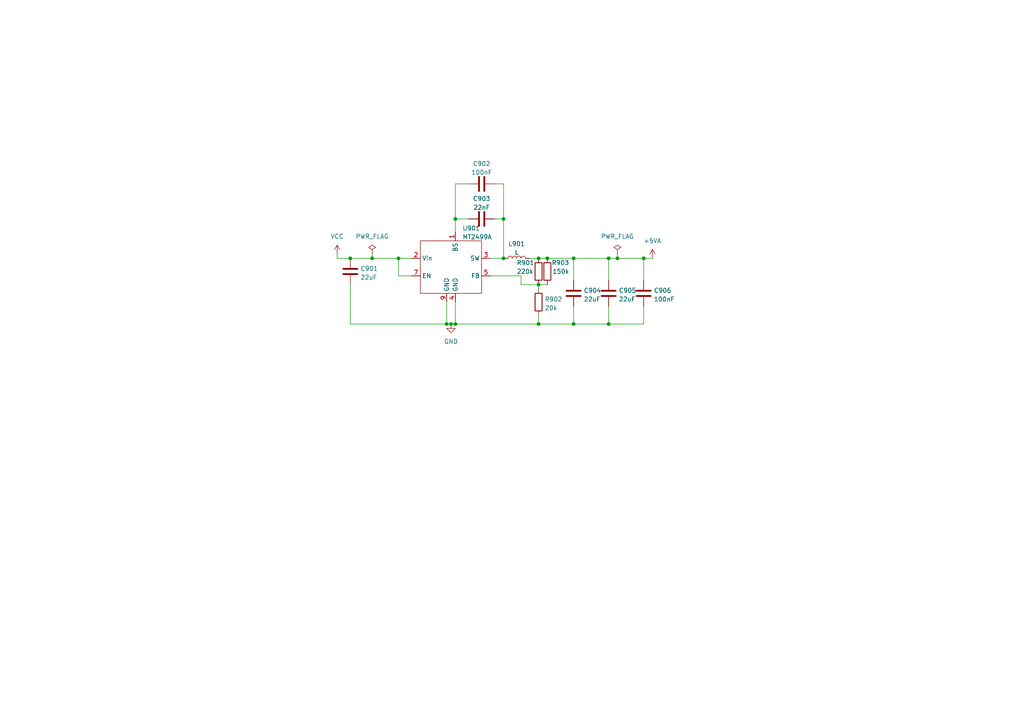
<source format=kicad_sch>
(kicad_sch (version 20230121) (generator eeschema)
  (paper "A4")
  (title_block (company "Train-Science"))
  (lib_symbols
    (symbol "Device:C" (pin_numbers hide) (pin_names (offset 0.254))
      (property "Reference" "C" (at 0.635 2.54 0))
      (property "Value" "C" (at 0.635 -2.54 0))
      (symbol "C_0_1"
        (polyline (pts (xy -2.032 -0.762) (xy 2.032 -0.762)) (stroke (width 0.508)))
        (polyline (pts (xy -2.032 0.762) (xy 2.032 0.762)) (stroke (width 0.508)))
      )
      (symbol "C_1_1"
        (pin passive line (at 0 3.81 270) (length 2.794) (name "~") (number "1"))
        (pin passive line (at 0 -3.81 90) (length 2.794) (name "~") (number "2"))
      )
    )
    (symbol "Device:L" (pin_numbers hide) (pin_names (offset 1.016) hide)
      (property "Reference" "L" (at -1.27 0 90))
      (property "Value" "L" (at 1.905 0 90))
      (symbol "L_0_1"
        (arc (start 0 -2.54) (mid 0.6323 -1.905) (end 0 -1.27))
        (arc (start 0 -1.27) (mid 0.6323 -0.635) (end 0 0))
        (arc (start 0 0) (mid 0.6323 0.635) (end 0 1.27))
        (arc (start 0 1.27) (mid 0.6323 1.905) (end 0 2.54))
      )
      (symbol "L_1_1"
        (pin passive line (at 0 3.81 270) (length 1.27) (name "1") (number "1"))
        (pin passive line (at 0 -3.81 90) (length 1.27) (name "2") (number "2"))
      )
    )
    (symbol "Device:R" (pin_numbers hide) (pin_names (offset 0))
      (property "Reference" "R" (at 2.032 0 90))
      (property "Value" "R" (at 0 0 90))
      (symbol "R_0_1"
        (rectangle (start -1.016 -2.54) (end 1.016 2.54) (stroke (width 0.254)))
      )
      (symbol "R_1_1"
        (pin passive line (at 0 3.81 270) (length 1.27) (name "~") (number "1"))
        (pin passive line (at 0 -3.81 90) (length 1.27) (name "~") (number "2"))
      )
    )
    (symbol "custom_kicad_lib_sk:MT499A"
      (property "Reference" "U1" (at 2.0194 9.999 0))
      (property "Value" "MT499A" (at 2.0194 7.4621 0))
      (symbol "MT499A_0_1"
        (rectangle (start -10.16 6.35) (end 7.62 -8.89) (stroke (width 0.1524)))
      )
      (symbol "MT499A_1_1"
        (pin input line (at 0 8.89 270) (length 2.54) (name "BS") (number "1"))
        (pin power_in line (at -12.7 1.27 0) (length 2.54) (name "Vin") (number "2"))
        (pin input line (at 10.16 1.27 180) (length 2.54) (name "SW") (number "3"))
        (pin power_in line (at 0 -11.43 90) (length 2.54) (name "GND") (number "4"))
        (pin input line (at 10.16 -3.81 180) (length 2.54) (name "FB") (number "5"))
        (pin no_connect line (at 8.89 -11.43 180) (length 2.54) hide (name "NC") (number "6"))
        (pin input line (at -12.7 -3.81 0) (length 2.54) (name "EN") (number "7"))
        (pin no_connect line (at 8.89 -13.97 180) (length 2.54) hide (name "NC") (number "8"))
        (pin input line (at -2.54 -11.43 90) (length 2.54) (name "GND") (number "9"))
      )
    )
    (symbol "power:+5VA" (power) (pin_names (offset 0))
      (property "Value" "+5VA" (at 0 3.556 0))
      (symbol "+5VA_0_1"
        (polyline (pts (xy -0.762 1.27) (xy 0 2.54)))
        (polyline (pts (xy 0 0) (xy 0 2.54)))
        (polyline (pts (xy 0 2.54) (xy 0.762 1.27)))
      )
      (symbol "+5VA_1_1"
        (pin power_in line (at 0 0 90) (length 0) hide (name "+5VA") (number "1"))
      )
    )
    (symbol "power:GND" (power) (pin_names (offset 0))
      (property "Value" "GND" (at 0 -3.81 0))
      (symbol "GND_0_1"
        (polyline (pts (xy 0 0) (xy 0 -1.27) (xy 1.27 -1.27) (xy 0 -2.54) (xy -1.27 -1.27) (xy 0 -1.27)))
      )
      (symbol "GND_1_1"
        (pin power_in line (at 0 0 270) (length 0) hide (name "GND") (number "1"))
      )
    )
    (symbol "power:PWR_FLAG" (power) (pin_numbers hide) (pin_names (offset 0) hide)
      (property "Value" "PWR_FLAG" (at 0 3.81 0))
      (symbol "PWR_FLAG_0_0"
        (pin power_out line (at 0 0 90) (length 0) (name "pwr") (number "1"))
      )
      (symbol "PWR_FLAG_0_1"
        (polyline (pts (xy 0 0) (xy 0 1.27) (xy -1.016 1.905) (xy 0 2.54) (xy 1.016 1.905) (xy 0 1.27)))
      )
    )
    (symbol "power:VCC" (power) (pin_names (offset 0))
      (property "Value" "VCC" (at 0 3.81 0))
      (symbol "VCC_0_1"
        (polyline (pts (xy -0.762 1.27) (xy 0 2.54)))
        (polyline (pts (xy 0 0) (xy 0 2.54)))
        (polyline (pts (xy 0 2.54) (xy 0.762 1.27)))
      )
      (symbol "VCC_1_1"
        (pin power_in line (at 0 0 90) (length 0) hide (name "VCC") (number "1"))
      )
    )
  )
  (junction (at 130.81 93.98))
  (junction (at 101.6 74.93))
  (junction (at 176.53 93.98))
  (junction (at 176.53 74.93))
  (junction (at 166.37 74.93))
  (junction (at 115.57 74.93))
  (junction (at 158.75 74.93))
  (junction (at 146.05 74.93))
  (junction (at 186.69 74.93))
  (junction (at 156.21 82.55))
  (junction (at 156.21 74.93))
  (junction (at 129.54 93.98))
  (junction (at 107.95 74.93))
  (junction (at 156.21 93.98))
  (junction (at 146.05 63.5))
  (junction (at 166.37 93.98))
  (junction (at 179.07 74.93))
  (junction (at 132.08 63.5))
  (junction (at 132.08 93.98))
  (wire (pts (xy 115.57 74.93) (xy 119.38 74.93)))
  (wire (pts (xy 97.79 74.93) (xy 101.6 74.93)))
  (wire (pts (xy 156.21 93.98) (xy 156.21 91.44)))
  (wire (pts (xy 166.37 93.98) (xy 156.21 93.98)))
  (wire (pts (xy 158.75 74.93) (xy 166.37 74.93)))
  (wire (pts (xy 129.54 87.63) (xy 129.54 93.98)))
  (wire (pts (xy 129.54 93.98) (xy 101.6 93.98)))
  (wire (pts (xy 179.07 74.93) (xy 186.69 74.93)))
  (wire (pts (xy 179.07 73.66) (xy 179.07 74.93)))
  (wire (pts (xy 156.21 82.55) (xy 156.21 83.82)))
  (wire (pts (xy 107.95 74.93) (xy 115.57 74.93)))
  (wire (pts (xy 156.21 74.93) (xy 158.75 74.93)))
  (wire (pts (xy 101.6 74.93) (xy 107.95 74.93)))
  (wire (pts (xy 176.53 88.9) (xy 176.53 93.98)))
  (wire (pts (xy 166.37 74.93) (xy 176.53 74.93)))
  (wire (pts (xy 176.53 93.98) (xy 166.37 93.98)))
  (wire (pts (xy 132.08 93.98) (xy 130.81 93.98)))
  (wire (pts (xy 176.53 74.93) (xy 179.07 74.93)))
  (wire (pts (xy 156.21 93.98) (xy 132.08 93.98)))
  (wire (pts (xy 151.13 80.01) (xy 151.13 82.55)))
  (wire (pts (xy 135.89 53.34) (xy 132.08 53.34)))
  (wire (pts (xy 107.95 73.66) (xy 107.95 74.93)))
  (wire (pts (xy 142.24 74.93) (xy 146.05 74.93)))
  (wire (pts (xy 153.67 74.93) (xy 156.21 74.93)))
  (wire (pts (xy 146.05 63.5) (xy 146.05 53.34)))
  (wire (pts (xy 176.53 74.93) (xy 176.53 81.28)))
  (wire (pts (xy 132.08 53.34) (xy 132.08 63.5)))
  (wire (pts (xy 189.23 74.93) (xy 186.69 74.93)))
  (wire (pts (xy 115.57 74.93) (xy 115.57 80.01)))
  (wire (pts (xy 146.05 53.34) (xy 143.51 53.34)))
  (wire (pts (xy 186.69 88.9) (xy 186.69 93.98)))
  (wire (pts (xy 146.05 74.93) (xy 146.05 63.5)))
  (wire (pts (xy 166.37 88.9) (xy 166.37 93.98)))
  (wire (pts (xy 101.6 93.98) (xy 101.6 82.55)))
  (wire (pts (xy 166.37 81.28) (xy 166.37 74.93)))
  (wire (pts (xy 132.08 93.98) (xy 132.08 87.63)))
  (wire (pts (xy 186.69 81.28) (xy 186.69 74.93)))
  (wire (pts (xy 132.08 63.5) (xy 135.89 63.5)))
  (wire (pts (xy 119.38 80.01) (xy 115.57 80.01)))
  (wire (pts (xy 156.21 82.55) (xy 158.75 82.55)))
  (wire (pts (xy 97.79 73.66) (xy 97.79 74.93)))
  (wire (pts (xy 186.69 93.98) (xy 176.53 93.98)))
  (wire (pts (xy 130.81 93.98) (xy 129.54 93.98)))
  (wire (pts (xy 151.13 82.55) (xy 156.21 82.55)))
  (wire (pts (xy 132.08 63.5) (xy 132.08 67.31)))
  (wire (pts (xy 146.05 63.5) (xy 143.51 63.5)))
  (wire (pts (xy 142.24 80.01) (xy 151.13 80.01)))
  (symbol (lib_id "power:+5VA") (at 189.23 74.93 0) (unit 1)
    (property "Reference" "#PWR0715" (effects hide))
    (property "Value" "+5VA" (at 189.23 69.85 0))
  )
  (symbol (lib_id "Device:R") (at 158.75 78.74 180) (unit 1)
    (property "Reference" "R903" (at 165.1 76.2 0) (effects (justify left)))
    (property "Value" "150k" (at 165.1 78.74 0) (effects (justify left)))
    (property "Footprint" "Resistor_SMD:R_0603_1608Metric" (effects hide))
    (property "JLCPCB Part#" "C22807" (effects hide))
    (instances (project "OS-ServoDriver" (path "" (reference "R903") (unit 1))) (project "buck_5V" (path "" (reference "R903") (unit 1))) (project "general_schematics" (path "" (reference "R1503") (unit 1))))
  )
  (symbol (lib_id "Device:C") (at 139.7 53.34 90) (unit 1)
    (property "Reference" "C902" (at 139.7 47.4812 90))
    (property "Value" "100nF" (at 139.7 50.0181 90))
    (property "Footprint" "Capacitor_SMD:C_0402_1005Metric" (effects hide))
    (property "JLCPCB Part#" "C307331" (effects hide))
    (instances (project "OS-ServoDriver" (path "" (reference "C902") (unit 1))) (project "buck_5V" (path "" (reference "C902") (unit 1))) (project "general_schematics" (path "" (reference "C1502") (unit 1))))
  )
  (symbol (lib_id "Device:C") (at 139.7 63.5 90) (unit 1)
    (property "Reference" "C903" (at 139.7 57.6412 90))
    (property "Value" "22nF" (at 139.7 60.1781 90))
    (property "Footprint" "Capacitor_SMD:C_0402_1005Metric" (effects hide))
    (property "JLCPCB Part#" "C1729" (effects hide))
    (instances (project "OS-ServoDriver" (path "" (reference "C903") (unit 1))) (project "buck_5V" (path "" (reference "C903") (unit 1))) (project "general_schematics" (path "" (reference "C1503") (unit 1))))
  )
  (symbol (lib_id "Device:L") (at 149.86 74.93 90) (unit 1)
    (property "Reference" "L901" (at 149.86 70.7222 90))
    (property "Value" "L" (at 149.86 73.2591 90))
    (property "Footprint" "Inductor_SMD:L_Bourns-SRU8028_8.0x8.0mm" (effects hide))
    (property "JLCPCB Part#" "C2929438" (effects hide))
    (instances (project "OS-ServoDriver" (path "" (reference "L901") (unit 1))) (project "buck_5V" (path "" (reference "L901") (unit 1))) (project "general_schematics" (path "" (reference "L1501") (unit 1))))
  )
  (symbol (lib_id "Device:C") (at 176.53 85.09 0) (unit 1)
    (property "Reference" "C905" (at 179.451 84.2553 0) (effects (justify left)))
    (property "Value" "22uF" (at 179.451 86.7922 0) (effects (justify left)))
    (property "Footprint" "Capacitor_SMD:C_0603_1608Metric" (effects hide))
    (property "JLCPCB Part#" "C45783" (effects hide))
    (instances (project "OS-ServoDriver" (path "" (reference "C905") (unit 1))) (project "buck_5V" (path "" (reference "C905") (unit 1))) (project "general_schematics" (path "" (reference "C1505") (unit 1))))
  )
  (symbol (lib_id "Device:C") (at 101.6 78.74 0) (unit 1)
    (property "Reference" "C901" (at 104.521 77.9053 0) (effects (justify left)))
    (property "Value" "22uF" (at 104.521 80.4422 0) (effects (justify left)))
    (property "Footprint" "Capacitor_SMD:C_0603_1608Metric" (effects hide))
    (property "JLCPCB Part#" "C45783" (effects hide))
    (instances (project "OS-ServoDriver" (path "" (reference "C901") (unit 1))) (project "buck_5V" (path "" (reference "C901") (unit 1))) (project "general_schematics" (path "" (reference "C1501") (unit 1))))
  )
  (symbol (lib_id "power:GND") (at 130.81 93.98 0) (unit 1)
    (property "Reference" "#PWR0734" (effects hide))
    (property "Value" "GND" (at 130.81 99.06 0))
  )
  (symbol (lib_id "Device:R") (at 156.21 87.63 0) (unit 1)
    (property "Reference" "R902" (at 157.988 86.7953 0) (effects (justify left)))
    (property "Value" "20k" (at 157.988 89.3322 0) (effects (justify left)))
    (property "Footprint" "Resistor_SMD:R_0603_1608Metric" (effects hide))
    (property "JLCPCB Part#" "C4328" (effects hide))
    (instances (project "OS-ServoDriver" (path "" (reference "R902") (unit 1))) (project "buck_5V" (path "" (reference "R902") (unit 1))) (project "general_schematics" (path "" (reference "R1502") (unit 1))))
  )
  (symbol (lib_id "custom_kicad_lib_sk:MT499A") (at 132.08 76.2 0) (unit 1)
    (property "Reference" "U901" (at 134.0994 66.201 0) (effects (justify left)))
    (property "Value" "MT2499A" (at 134.0994 68.7379 0) (effects (justify left)))
    (property "Footprint" "Package_SO:TI_SO-PowerPAD-8" (effects hide))
    (property "Datasheet" "https://datasheet.lcsc.com/lcsc/2205121200_XI-AN-Aerosemi-Tech-MT2499A_C3007555.pdf" (effects hide))
    (property "JLCPCB Part#" "C3007555" (effects hide))
    (instances (project "OS-ServoDriver" (path "" (reference "U901") (unit 1))) (project "buck_5V" (path "" (reference "U901") (unit 1))) (project "general_schematics" (path "" (reference "U1501") (unit 1))))
  )
  (symbol (lib_id "Device:C") (at 166.37 85.09 0) (unit 1)
    (property "Reference" "C904" (at 169.291 84.2553 0) (effects (justify left)))
    (property "Value" "22uF" (at 169.291 86.7922 0) (effects (justify left)))
    (property "Footprint" "Capacitor_SMD:C_0603_1608Metric" (effects hide))
    (property "JLCPCB Part#" "C45783" (effects hide))
    (instances (project "OS-ServoDriver" (path "" (reference "C904") (unit 1))) (project "buck_5V" (path "" (reference "C904") (unit 1))) (project "general_schematics" (path "" (reference "C1504") (unit 1))))
  )
  (symbol (lib_id "Device:R") (at 156.21 78.74 0) (unit 1)
    (property "Reference" "R901" (at 149.86 76.2 0) (effects (justify left)))
    (property "Value" "220k" (at 149.86 78.74 0) (effects (justify left)))
    (property "Footprint" "Resistor_SMD:R_0603_1608Metric" (effects hide))
    (property "JLCPCB Part#" "C22961" (effects hide))
    (instances (project "OS-ServoDriver" (path "" (reference "R901") (unit 1))) (project "buck_5V" (path "" (reference "R901") (unit 1))) (project "general_schematics" (path "" (reference "R1501") (unit 1))))
  )
  (symbol (lib_id "power:VCC") (at 97.79 73.66 0) (unit 1)
    (property "Reference" "#PWR0736" (effects hide))
    (property "Value" "VCC" (at 97.79 68.58 0))
  )
  (symbol (lib_id "Device:C") (at 186.69 85.09 0) (unit 1)
    (property "Reference" "C906" (at 189.611 84.2553 0) (effects (justify left)))
    (property "Value" "100nF" (at 189.611 86.7922 0) (effects (justify left)))
    (property "Footprint" "Capacitor_SMD:C_0402_1005Metric" (effects hide))
    (property "JLCPCB Part#" "C307331" (effects hide))
    (instances (project "OS-ServoDriver" (path "" (reference "C906") (unit 1))) (project "buck_5V" (path "" (reference "C906") (unit 1))) (project "general_schematics" (path "" (reference "C1506") (unit 1))))
  )
  (symbol (lib_id "power:PWR_FLAG") (at 107.95 73.66 0) (unit 1)
    (property "Reference" "#FLG0701" (effects hide))
    (property "Value" "PWR_FLAG" (at 107.95 68.58 0))
  )
  (symbol (lib_id "power:PWR_FLAG") (at 179.07 73.66 0) (unit 1)
    (property "Reference" "#FLG0702" (effects hide))
    (property "Value" "PWR_FLAG" (at 179.07 68.58 0))
  )
)
</source>
